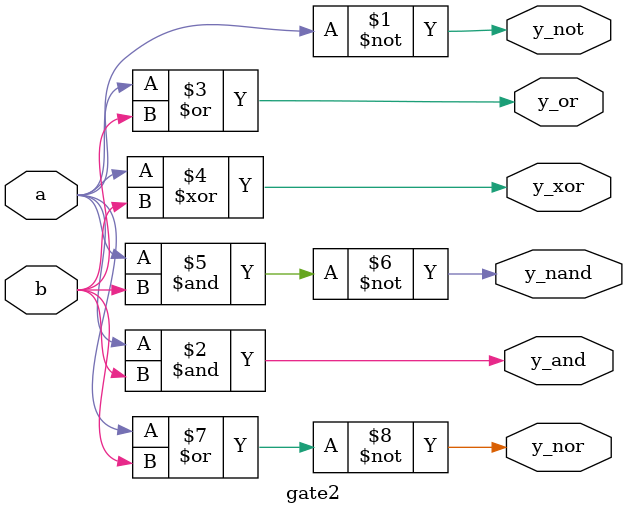
<source format=v>
module gate2(
    input a,b,
    output y_not,y_and,y_or,y_xor,y_nand,y_nor
    );
    
    assign y_not = ~a;
    assign y_and = a&b;
    assign y_or = a|b;
    assign y_xor = a^b;
    assign y_nand = ~(a&b);
    assign y_nor = ~(a|b);
    
endmodule
</source>
